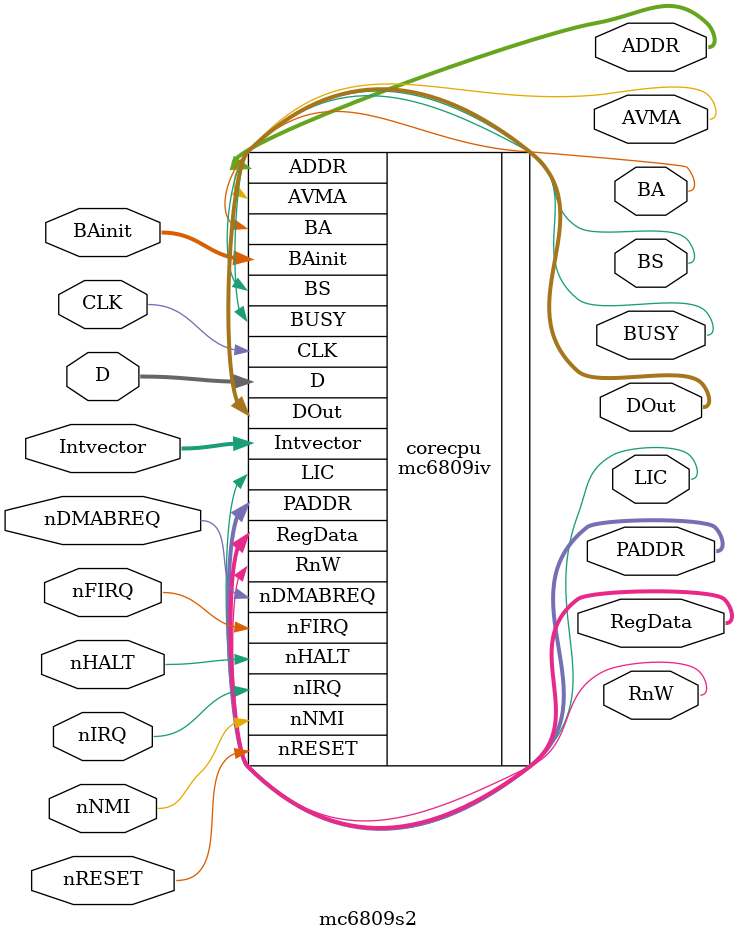
<source format=v>
`timescale 1ns / 1ps


module mc6809s2(
    input   [7:0] D,
    output  [7:0] DOut,
    output  [15:0] ADDR,
    output  [23:0] PADDR,
    output  RnW,
    input   CLK,
    output  BS,
    output  BA,
    input   nIRQ,
    input   nFIRQ,
    input   nNMI,
    output  AVMA,
    output  BUSY,
    output  LIC,
    input   nRESET,
    input   nHALT,
    input   nDMABREQ,
    input   [15:0] Intvector,
    input   [15:0] BAinit,
    output  [127:0] RegData
);

 mc6809iv corecpu(.D(D), .DOut(DOut), .ADDR(ADDR), .PADDR(PADDR), .RnW(RnW), .CLK(CLK), .BS(BS), .BA(BA), .nIRQ(nIRQ), .nFIRQ(nFIRQ), .nNMI(nNMI), .AVMA(AVMA), .BUSY(BUSY), .LIC(LIC), .nRESET(nRESET),
                 .nDMABREQ(nDMABREQ), .nHALT(nHALT), .Intvector(Intvector), .BAinit(BAinit), .RegData(RegData) );

endmodule

</source>
